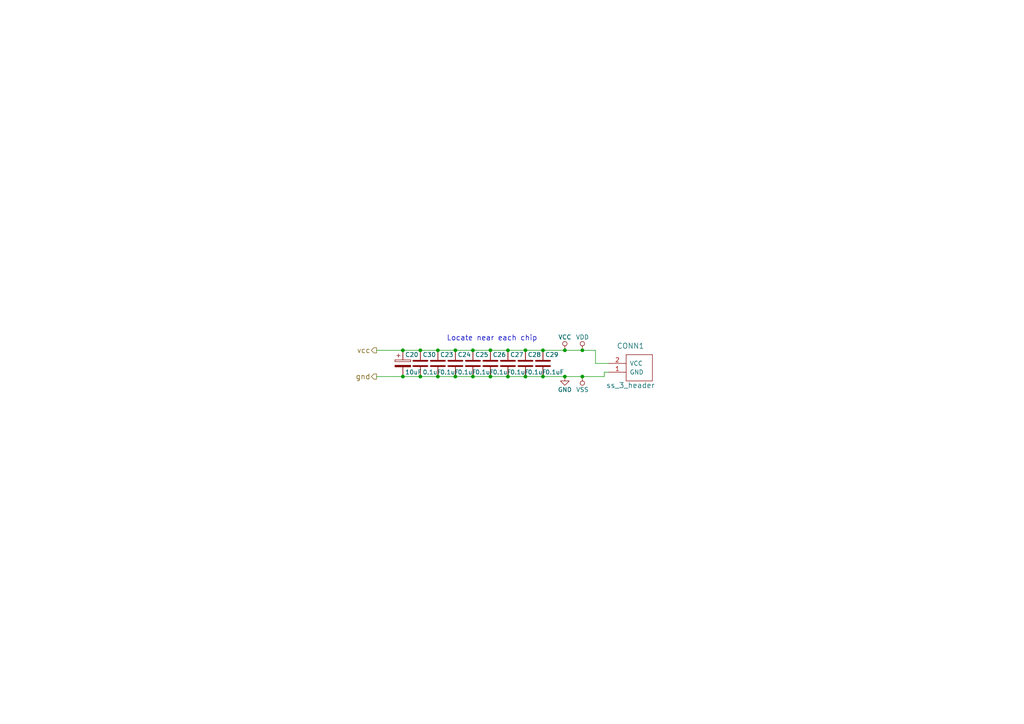
<source format=kicad_sch>
(kicad_sch (version 20231120) (generator "eeschema") (generator_version "8.0")
  (paper "A4")
  (lib_symbols
    (symbol "logic_noise_playground-rescue:C" (pin_numbers hide) (pin_names (offset 0.254))
      (property "Reference" "C" (at 0.635 2.54 0))
      (property "Value" "C" (at 0.635 -2.54 0))
      (symbol "C_0_1"
        (polyline (pts (xy -2.032 -0.762) (xy 2.032 -0.762)) (stroke (width 0.508)))
        (polyline (pts (xy -2.032 0.762) (xy 2.032 0.762)) (stroke (width 0.508)))
      )
      (symbol "C_1_1"
        (pin passive line (at 0 3.81 270) (length 2.794) (name "~") (number "1"))
        (pin passive line (at 0 -3.81 90) (length 2.794) (name "~") (number "2"))
      )
    )
    (symbol "logic_noise_playground-rescue:CP" (pin_numbers hide) (pin_names (offset 0.254))
      (property "Reference" "C" (at 0.635 2.54 0))
      (property "Value" "CP" (at 0.635 -2.54 0))
      (symbol "CP_0_1"
        (rectangle (start -2.286 0.508) (end -2.286 1.016))
        (rectangle (start -2.286 0.508) (end 2.286 0.508))
        (rectangle (start -1.778 2.286) (end -0.762 2.286))
        (rectangle (start -1.27 1.778) (end -1.27 2.794))
        (rectangle (start 2.286 -0.508) (end -2.286 -1.016) (fill (type outline)))
        (rectangle (start 2.286 1.016) (end -2.286 1.016))
        (rectangle (start 2.286 1.016) (end 2.286 0.508))
      )
      (symbol "CP_1_1"
        (pin passive line (at 0 3.81 270) (length 2.794) (name "~") (number "1"))
        (pin passive line (at 0 -3.81 90) (length 2.794) (name "~") (number "2"))
      )
    )
    (symbol "logic_noise_playground-rescue:GND" (power) (pin_names (offset 0))
      (property "Value" "GND" (at 0 -3.81 0))
      (symbol "GND_0_1"
        (polyline (pts (xy 0 0) (xy 0 -1.27) (xy 1.27 -1.27) (xy 0 -2.54) (xy -1.27 -1.27) (xy 0 -1.27)))
      )
      (symbol "GND_1_1"
        (pin power_in line (at 0 0 270) (length 0) hide (name "GND") (number "1"))
      )
    )
    (symbol "logic_noise_playground-rescue:VCC" (power) (pin_names (offset 0))
      (property "Value" "VCC" (at 0 3.81 0))
      (symbol "VCC_0_1"
        (polyline (pts (xy 0 0) (xy 0 1.27)))
        (circle (center 0 1.905) (radius 0.635))
      )
      (symbol "VCC_1_1"
        (pin power_in line (at 0 0 90) (length 0) hide (name "VCC") (number "1"))
      )
    )
    (symbol "logic_noise_playground-rescue:VDD" (power) (pin_names (offset 0))
      (property "Value" "VDD" (at 0 3.81 0))
      (symbol "VDD_0_1"
        (polyline (pts (xy 0 0) (xy 0 1.27)))
        (circle (center 0 1.905) (radius 0.635))
      )
      (symbol "VDD_1_1"
        (pin power_in line (at 0 0 90) (length 0) hide (name "VDD") (number "1"))
      )
    )
    (symbol "logic_noise_playground-rescue:VSS" (power) (pin_names (offset 0))
      (property "Value" "VSS" (at 0 3.81 0))
      (symbol "VSS_0_1"
        (polyline (pts (xy 0 0) (xy 0 1.27)))
        (circle (center 0 1.905) (radius 0.635))
      )
      (symbol "VSS_1_1"
        (pin power_in line (at 0 0 90) (length 0) hide (name "VSS") (number "1"))
      )
    )
    (symbol "logic_noise_playground-rescue:ss_3_header" (pin_names (offset 1.016))
      (property "Reference" "CONN" (at 0 5.08 0))
      (property "Value" "ss_3_header" (at 0 -6.35 0))
      (symbol "ss_3_header_0_1"
        (rectangle (start -1.27 2.54) (end -1.27 2.54))
        (rectangle (start -1.27 2.54) (end 6.35 -5.08))
      )
      (symbol "ss_3_header_1_1"
        (pin power_out line (at -6.35 -2.54 0) (length 5.08) (name "GND") (number "1"))
        (pin power_out line (at -6.35 0 0) (length 5.08) (name "VCC") (number "2"))
      )
    )
  )
  (junction (at 127 101.6))
  (junction (at 157.48 109.22))
  (junction (at 142.24 101.6))
  (junction (at 121.92 101.6))
  (junction (at 137.16 101.6))
  (junction (at 152.4 101.6))
  (junction (at 116.84 101.6))
  (junction (at 142.24 109.22))
  (junction (at 116.84 109.22))
  (junction (at 127 109.22))
  (junction (at 137.16 109.22))
  (junction (at 168.91 101.6))
  (junction (at 121.92 109.22))
  (junction (at 163.83 109.22))
  (junction (at 163.83 101.6))
  (junction (at 132.08 101.6))
  (junction (at 168.91 109.22))
  (junction (at 152.4 109.22))
  (junction (at 157.48 101.6))
  (junction (at 147.32 109.22))
  (junction (at 147.32 101.6))
  (junction (at 132.08 109.22))
  (wire (pts (xy 142.24 101.6) (xy 147.32 101.6)))
  (wire (pts (xy 172.72 101.6) (xy 172.72 105.41)))
  (wire (pts (xy 137.16 109.22) (xy 142.24 109.22)))
  (wire (pts (xy 116.84 109.22) (xy 121.92 109.22)))
  (wire (pts (xy 132.08 109.22) (xy 137.16 109.22)))
  (wire (pts (xy 127 101.6) (xy 132.08 101.6)))
  (wire (pts (xy 147.32 109.22) (xy 152.4 109.22)))
  (wire (pts (xy 157.48 101.6) (xy 163.83 101.6)))
  (wire (pts (xy 142.24 109.22) (xy 147.32 109.22)))
  (wire (pts (xy 168.91 109.22) (xy 175.26 109.22)))
  (wire (pts (xy 132.08 101.6) (xy 137.16 101.6)))
  (wire (pts (xy 109.22 109.22) (xy 116.84 109.22)))
  (wire (pts (xy 172.72 105.41) (xy 176.53 105.41)))
  (wire (pts (xy 152.4 109.22) (xy 157.48 109.22)))
  (wire (pts (xy 127 109.22) (xy 132.08 109.22)))
  (wire (pts (xy 163.83 109.22) (xy 168.91 109.22)))
  (wire (pts (xy 109.22 101.6) (xy 116.84 101.6)))
  (wire (pts (xy 157.48 109.22) (xy 163.83 109.22)))
  (wire (pts (xy 116.84 101.6) (xy 121.92 101.6)))
  (wire (pts (xy 163.83 101.6) (xy 168.91 101.6)))
  (wire (pts (xy 137.16 101.6) (xy 142.24 101.6)))
  (wire (pts (xy 175.26 109.22) (xy 175.26 107.95)))
  (wire (pts (xy 175.26 107.95) (xy 176.53 107.95)))
  (wire (pts (xy 168.91 101.6) (xy 172.72 101.6)))
  (wire (pts (xy 121.92 101.6) (xy 127 101.6)))
  (wire (pts (xy 152.4 101.6) (xy 157.48 101.6)))
  (wire (pts (xy 147.32 101.6) (xy 152.4 101.6)))
  (wire (pts (xy 121.92 109.22) (xy 127 109.22)))
  (text "Locate near each chip" (at 129.54 99.06 0) (effects (font (size 1.524 1.524)) (justify left bottom)))
  (hierarchical_label "gnd" (shape output) (at 109.22 109.22 180) (effects (font (size 1.524 1.524))))
  (hierarchical_label "vcc" (shape output) (at 109.22 101.6 180) (effects (font (size 1.524 1.524))))
  (symbol (lib_id "logic_noise_playground-rescue:VCC") (at 163.83 101.6 0) (unit 1)
    (property "Reference" "#PWR027" (effects (hide yes)))
    (property "Value" "VCC" (at 163.83 97.79 0))
  )
  (symbol (lib_id "logic_noise_playground-rescue:VDD") (at 168.91 101.6 0) (unit 1)
    (property "Reference" "#PWR028" (effects (hide yes)))
    (property "Value" "VDD" (at 168.91 97.79 0))
  )
  (symbol (lib_id "logic_noise_playground-rescue:GND") (at 163.83 109.22 0) (unit 1)
    (property "Reference" "#PWR029" (effects (hide yes)))
    (property "Value" "GND" (at 163.83 113.03 0))
  )
  (symbol (lib_id "logic_noise_playground-rescue:VSS") (at 168.91 109.22 180) (unit 1)
    (property "Reference" "#PWR030" (effects (hide yes)))
    (property "Value" "VSS" (at 168.91 113.03 0))
  )
  (symbol (lib_id "logic_noise_playground-rescue:C") (at 157.48 105.41 0) (unit 1)
    (property "Reference" "C29" (at 158.115 102.87 0) (effects (justify left)))
    (property "Value" "0.1uF" (at 158.115 107.95 0) (effects (justify left)))
    (property "Footprint" "Discret:C1" (effects (hide yes)))
  )
  (symbol (lib_id "logic_noise_playground-rescue:C") (at 152.4 105.41 0) (unit 1)
    (property "Reference" "C28" (at 153.035 102.87 0) (effects (justify left)))
    (property "Value" "0.1uF" (at 153.035 107.95 0) (effects (justify left)))
    (property "Footprint" "Discret:C1" (effects (hide yes)))
  )
  (symbol (lib_id "logic_noise_playground-rescue:C") (at 147.32 105.41 0) (unit 1)
    (property "Reference" "C27" (at 147.955 102.87 0) (effects (justify left)))
    (property "Value" "0.1uF" (at 147.955 107.95 0) (effects (justify left)))
    (property "Footprint" "Discret:C1" (effects (hide yes)))
  )
  (symbol (lib_id "logic_noise_playground-rescue:C") (at 142.24 105.41 0) (unit 1)
    (property "Reference" "C26" (at 142.875 102.87 0) (effects (justify left)))
    (property "Value" "0.1uF" (at 142.875 107.95 0) (effects (justify left)))
    (property "Footprint" "Discret:C1" (effects (hide yes)))
  )
  (symbol (lib_id "logic_noise_playground-rescue:C") (at 137.16 105.41 0) (unit 1)
    (property "Reference" "C25" (at 137.795 102.87 0) (effects (justify left)))
    (property "Value" "0.1uF" (at 137.795 107.95 0) (effects (justify left)))
    (property "Footprint" "Discret:C1" (effects (hide yes)))
  )
  (symbol (lib_id "logic_noise_playground-rescue:C") (at 132.08 105.41 0) (unit 1)
    (property "Reference" "C24" (at 132.715 102.87 0) (effects (justify left)))
    (property "Value" "0.1uF" (at 132.715 107.95 0) (effects (justify left)))
    (property "Footprint" "Discret:C1" (effects (hide yes)))
  )
  (symbol (lib_id "logic_noise_playground-rescue:C") (at 127 105.41 0) (unit 1)
    (property "Reference" "C23" (at 127.635 102.87 0) (effects (justify left)))
    (property "Value" "0.1uF" (at 127.635 107.95 0) (effects (justify left)))
    (property "Footprint" "Discret:C1" (effects (hide yes)))
  )
  (symbol (lib_id "logic_noise_playground-rescue:CP") (at 116.84 105.41 0) (unit 1)
    (property "Reference" "C20" (at 117.475 102.87 0) (effects (justify left)))
    (property "Value" "10uF" (at 117.475 107.95 0) (effects (justify left)))
    (property "Footprint" "elliot:Elko_vert_11.2x6.3mm_RM2.5" (effects (hide yes)))
  )
  (symbol (lib_id "logic_noise_playground-rescue:ss_3_header") (at 182.88 105.41 0) (unit 1)
    (property "Reference" "CONN1" (at 182.88 100.33 0) (effects (font (size 1.524 1.524))))
    (property "Value" "ss_3_header" (at 182.88 111.76 0) (effects (font (size 1.524 1.524))))
    (property "Footprint" "elliot:connector_ss_3pin" (effects (hide yes)))
  )
  (symbol (lib_id "logic_noise_playground-rescue:C") (at 121.92 105.41 0) (unit 1)
    (property "Reference" "C30" (at 122.555 102.87 0) (effects (justify left)))
    (property "Value" "0.1uF" (at 122.555 107.95 0) (effects (justify left)))
    (property "Footprint" "Discret:C1" (effects (hide yes)))
  )
)
</source>
